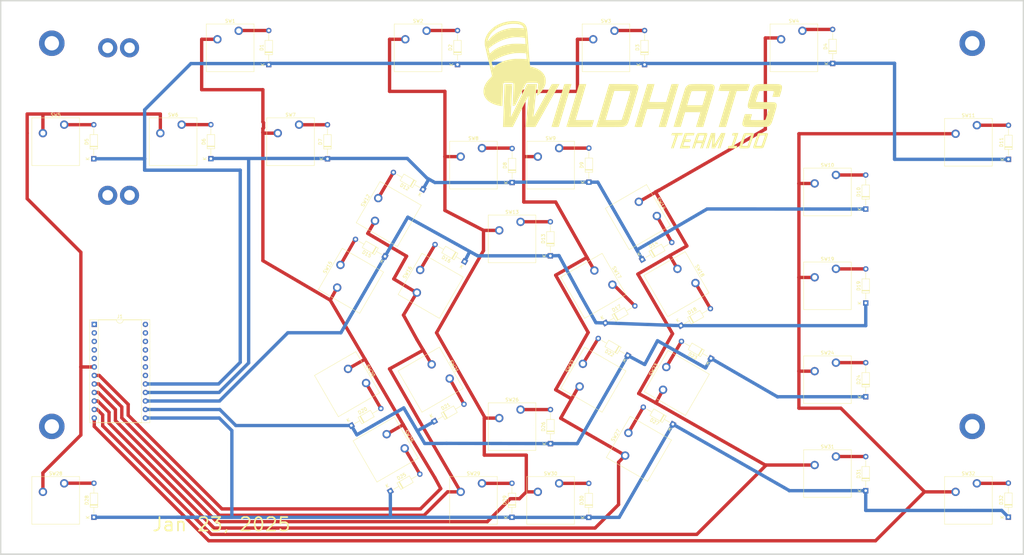
<source format=kicad_pcb>
(kicad_pcb (version 20240108) (generator "pcbnew") (generator_version "8.0")
  (layers (0 "F.Cu" signal) (31 "B.Cu" signal) (34 "B.Paste" user) (35 "F.Paste" user) (36 "B.SilkS" user "B.Silkscreen") (37 "F.SilkS" user "F.Silkscreen") (38 "B.Mask" user) (39 "F.Mask" user) (44 "Edge.Cuts" user))
  (net 0 "")
  (net 1 "Net-(D6-A)")
  (net 2 "Net-(D7-A)")
  (net 3 "Net-(D1-A)")
  (net 4 "Net-(D2-A)")
  (net 5 "Net-(D3-A)")
  (net 6 "Net-(D4-A)")
  (net 7 "Net-(D5-A)")
  (net 8 "Net-(D8-A)")
  (net 9 "Net-(D9-A)")
  (net 10 "Net-(D10-A)")
  (net 11 "Net-(D11-A)")
  (net 12 "Net-(D12-A)")
  (net 13 "Net-(D13-A)")
  (net 14 "Net-(D14-A)")
  (net 15 "Net-(D15-A)")
  (net 16 "Net-(D16-A)")
  (net 17 "Net-(D17-A)")
  (net 18 "Net-(D18-A)")
  (net 19 "Net-(D19-A)")
  (net 20 "Net-(D20-A)")
  (net 21 "Net-(D21-A)")
  (net 22 "Net-(D22-A)")
  (net 23 "Net-(D23-A)")
  (net 24 "Net-(D25-A)")
  (net 25 "Net-(D26-A)")
  (net 26 "Net-(D27-A)")
  (net 27 "Net-(D28-A)")
  (net 28 "Net-(D29-A)")
  (net 29 "Net-(D30-A)")
  (net 30 "Net-(D31-A)")
  (net 31 "Net-(D32-A)")
  (net 32 "/ROW0")
  (net 33 "/ROW1")
  (net 34 "/ROW2")
  (net 35 "/COL1")
  (net 36 "/COL4")
  (net 37 "/COL5")
  (net 38 "/COL6")
  (net 39 "/COL3")
  (net 40 "/COL2")
  (net 41 "/ROW4")
  (net 42 "/COL0")
  (net 43 "/ROW3")
  (net 44 "Net-(D24-A)")
  (footprint "MountingHole:MountingHole_4.3mm_M4_ISO7380_Pad" (layer "F.Cu") (at 346.16 181.44)
    (property "Reference" "H4" (hide yes))
    (property "Value" "MountingHole_4.3mm_M4_ISO7380_Pad" (hide yes))
  )
  (footprint "SW_Cherry_MX_PCB_1.00u" (layer "F.Cu") (at 345 96.675)
    (property "Reference" "SW11")
    (property "Value" "SW_Push" (hide yes))
  )
  (footprint "SW_Cherry_MX_PCB_1.00u" (layer "F.Cu") (at 345 203.5)
    (property "Reference" "SW32")
    (property "Value" "SW_Push" (hide yes))
  )
  (footprint "SW_Cherry_MX_PCB_1.00u" (layer "F.Cu") (at 143 96.5)
    (property "Reference" "SW7")
    (property "Value" "SW_Push")
  )
  (footprint "SW_Cherry_MX_PCB_1.00u" (layer "F.Cu") (at 161 138 60)
    (property "Reference" "SW15")
    (property "Value" "SW_Push" (hide yes))
  )
  (footprint "MountingHole:MountingHole_4.3mm_M4_ISO7380_Pad" (layer "F.Cu") (at 71.84 181.44)
    (property "Reference" "H3" (hide yes))
    (property "Value" "MountingHole_4.3mm_M4_ISO7380_Pad" (hide yes))
  )
  (footprint "SW_Cherry_MX_PCB_1.00u" (layer "F.Cu") (at 108 96.5)
    (property "Reference" "SW6")
    (property "Value" "SW_Push" (hide yes))
  )
  (footprint "Diode_THT:D_DO-35_SOD27_P10.16mm_Horizontal" (layer "F.Cu") (at 161.114585 181.179346 30)
    (property "Reference" "D20")
    (property "Value" "D" (hide yes))
  )
  (footprint "MountingHole:MountingHole_4.3mm_M4_ISO7380_Pad" (layer "F.Cu") (at 346.16 67.14)
    (property "Reference" "H2" (hide yes))
    (property "Value" "MountingHole_4.3mm_M4_ISO7380_Pad" (hide yes))
  )
  (footprint "Diode_THT:D_DO-35_SOD27_P10.16mm_Horizontal" (layer "F.Cu") (at 247.814389 131.634831 30)
    (property "Reference" "D14")
    (property "Value" "D" (hide yes))
  )
  (footprint "Diode_THT:D_DO-35_SOD27_P10.16mm_Horizontal" (layer "F.Cu") (at 314.409475 172.588613 90)
    (property "Reference" "D24")
    (property "Value" "D" (hide yes))
  )
  (footprint "SW_Cherry_MX_PCB_1.00u" (layer "F.Cu") (at 233.25 139.5 -60)
    (property "Reference" "SW17")
    (property "Value" "SW_Push" (hide yes))
  )
  (footprint "Diode_THT:D_DO-35_SOD27_P10.16mm_Horizontal" (layer "F.Cu") (at 84.353721 101.604585 90)
    (property "Reference" "D5")
    (property "Value" "D" (hide yes))
  )
  (footprint "Diode_THT:D_DO-35_SOD27_P10.16mm_Horizontal" (layer "F.Cu") (at 243.497032 160.277045 150)
    (property "Reference" "D22")
    (property "Value" "D" (hide yes))
  )
  (footprint "Diode_THT:D_DO-35_SOD27_P10.16mm_Horizontal" (layer "F.Cu") (at 192.75 73.5 90)
    (property "Reference" "D2")
    (property "Value" "D" (hide yes))
  )
  (footprint "SW_Cherry_MX_PCB_1.00u" (layer "F.Cu") (at 258 139 -60)
    (property "Reference" "SW18")
    (property "Value" "SW_Push" (hide yes))
  )
  (footprint "Diode_THT:D_DO-35_SOD27_P10.16mm_Horizontal" (layer "F.Cu") (at 220.460158 186.578019 90)
    (property "Reference" "D26")
    (property "Value" "D" (hide yes))
  )
  (footprint "Diode_THT:D_DO-35_SOD27_P10.16mm_Horizontal" (layer "F.Cu") (at 194.858101 132.263766 150)
    (property "Reference" "D16")
    (property "Value" "D" (hide yes))
  )
  (footprint "Graphics:wildhat_logo_6_med" (layer "F.Cu") (at 245 79.5)
    (property "Reference" "G***" (hide yes))
    (property "Value" "LOGO" (hide yes))
  )
  (footprint "Diode_THT:D_DO-35_SOD27_P10.16mm_Horizontal" (layer "F.Cu") (at 182.44933 110.742231 150)
    (property "Reference" "D12")
    (property "Value" "D" (hide yes))
  )
  (footprint "SW_Cherry_MX_PCB_1.00u" (layer "F.Cu") (at 303 167.5)
    (property "Reference" "SW24")
    (property "Value" "SW_Push" (hide yes))
  )
  (footprint "SW_Cherry_MX_PCB_1.00u" (layer "F.Cu") (at 233.25 167.5 60)
    (property "Reference" "SW22")
    (property "Value" "SW_Push" (hide yes))
  )
  (footprint "Diode_THT:D_DO-35_SOD27_P10.16mm_Horizontal" (layer "F.Cu") (at 231.873158 208.579999 90)
    (property "Reference" "D30")
    (property "Value" "D" (hide yes))
  )
  (footprint "SW_Cherry_MX_PCB_1.00u" (layer "F.Cu") (at 303 111.5)
    (property "Reference" "SW10")
    (property "Value" "SW_Push" (hide yes))
  )
  (footprint "SW_Cherry_MX_PCB_1.00u" (layer "F.Cu") (at 171.33712 188.334422 -60)
    (property "Reference" "SW25")
    (property "Value" "SW_Push" (hide yes))
  )
  (footprint "Diode_THT:D_DO-35_SOD27_P10.16mm_Horizontal" (layer "F.Cu") (at 171.147255 130.709537 150)
    (property "Reference" "D15")
    (property "Value" "D" (hide yes))
  )
  (footprint "Diode_THT:D_DO-35_SOD27_P10.16mm_Horizontal" (layer "F.Cu") (at 268.295963 161.139138 150)
    (property "Reference" "D23")
    (property "Value" "D" (hide yes))
  )
  (footprint "SW_Cherry_MX_PCB_1.00u" (layer "F.Cu") (at 220.5 103.5)
    (property "Reference" "SW9")
    (property "Value" "SW_Push" (hide yes))
  )
  (footprint "SW_Cherry_MX_PCB_1.00u" (layer "F.Cu") (at 197.5 103.5)
    (property "Reference" "SW8")
    (property "Value" "SW_Push" (hide yes))
  )
  (footprint "MountingHole:MountingHole_3.2mm_M3_ISO7380_Pad" (layer "F.Cu") (at 88.5 112.5)
    (property "Reference" "H7" (hide yes))
    (property "Value" "MountingHole_3.2mm_M3_ISO7380_Pad" (hide yes))
  )
  (footprint "Diode_THT:D_DO-35_SOD27_P10.16mm_Horizontal" (layer "F.Cu") (at 119.25 101.58 90)
    (property "Reference" "D6")
    (property "Value" "D" (hide yes))
  )
  (footprint "Diode_THT:D_DO-35_SOD27_P10.16mm_Horizontal" (layer "F.Cu") (at 259.329689 151.386719 30)
    (property "Reference" "D18")
    (property "Value" "D" (hide yes))
  )
  (footprint "SW_Cherry_MX_PCB_1.00u" (layer "F.Cu") (at 73 203.5)
    (property "Reference" "SW28")
    (property "Value" "SW_Push" (hide yes))
  )
  (footprint "Diode_THT:D_DO-35_SOD27_P10.16mm_Horizontal" (layer "F.Cu") (at 220.426281 130.552086 90)
    (property "Reference" "D13")
    (property "Value" "D" (hide yes))
  )
  (footprint "Package_DIP:DIP-24_W15.24mm_Socket" (layer "F.Cu") (at 84.5 151)
    (property "Reference" "J1")
    (property "Value" "Conn_02x12_Counter_Clockwise" (hide yes))
  )
  (footprint "Diode_THT:D_DO-35_SOD27_P10.16mm_Horizontal" (layer "F.Cu") (at 248.5 73.5 90)
    (property "Reference" "D3")
    (property "Value" "D" (hide yes))
  )
  (footprint "SW_Cherry_MX_PCB_1.00u" (layer "F.Cu") (at 184.75 139.5 60)
    (property "Reference" "SW16")
    (property "Value" "SW_Push" (hide yes))
  )
  (footprint "SW_Cherry_MX_PCB_1.00u" (layer "F.Cu") (at 159.830591 168.840295 -60)
    (property "Reference" "SW20")
    (property "Value" "SW_Push" (hide yes))
  )
  (footprint "SW_Cherry_MX_PCB_1.00u" (layer "F.Cu") (at 258.104705 168.470444 60)
    (property "Reference" "SW23")
    (property "Value" "SW_Push" (hide yes))
  )
  (footprint "Diode_THT:D_DO-35_SOD27_P10.16mm_Horizontal" (layer "F.Cu") (at 154 101.620488 90)
    (property "Reference" "D7")
    (property "Value" "D" (hide yes))
  )
  (footprint "Diode_THT:D_DO-35_SOD27_P10.16mm_Horizontal" (layer "F.Cu") (at 304.547809 73.169338 90)
    (property "Reference" "D4")
    (property "Value" "D" (hide yes))
  )
  (footprint "SW_Cherry_MX_PCB_1.00u" (layer "F.Cu") (at 246.5 119 -60)
    (property "Reference" "SW14")
    (property "Value" "SW_Push" (hide yes))
  )
  (footprint "Diode_THT:D_DO-35_SOD27_P10.16mm_Horizontal" (layer "F.Cu") (at 314.40438 116.605908 90)
    (property "Reference" "D10")
    (property "Value" "D" (hide yes))
  )
  (footprint "Diode_THT:D_DO-35_SOD27_P10.16mm_Horizontal" (layer "F.Cu") (at 356.926281 208.5 90)
    (property "Reference" "D32")
    (property "Value" "D" (hide yes))
  )
  (footprint "Diode_THT:D_DO-35_SOD27_P10.16mm_Horizontal" (layer "F.Cu") (at 208.976095 208.549813 90)
    (property "Reference" "D29")
    (property "Value" "D" (hide yes))
  )
  (footprint "Diode_THT:D_DO-35_SOD27_P10.16mm_Horizontal" (layer "F.Cu") (at 314.416535 144.61961 90)
    (property "Reference" "D19")
    (property "Value" "D" (hide yes))
  )
  (footprint "SW_Cherry_MX_PCB_1.00u" (layer "F.Cu") (at 303 195.5)
    (property "Reference" "SW31")
    (property "Value" "SW_Push" (hide yes))
  )
  (footprint "SW_Cherry_MX_PCB_1.00u" (layer "F.Cu") (at 209 181.5)
    (property "Reference" "SW26")
    (property "Value" "SW_Push" (hide yes))
  )
  (footprint "Diode_THT:D_DO-35_SOD27_P10.16mm_Horizontal" (layer "F.Cu") (at 231.90438 108.58 90)
    (property "Reference" "D9")
    (property "Value" "D" (hide yes))
  )
  (footprint "Diode_THT:D_DO-35_SOD27_P10.16mm_Horizontal" (layer "F.Cu") (at 209.01992 108.679603 90)
    (property "Reference" "D8")
    (property "Value" "D" (hide yes))
  )
  (footprint "SW_Cherry_MX_PCB_1.00u" (layer "F.Cu") (at 172.263773 118.080937 60)
    (property "Reference" "SW12")
    (property "Value" "SW_Push" (hide yes))
  )
  (footprint "SW_Cherry_MX_PCB_1.00u" (layer "F.Cu") (at 197.5 203.5)
    (property "Reference" "SW29")
    (property "Value" "SW_Push" (hide yes))
  )
  (footprint "SW_Cherry_MX_PCB_1.00u" (layer "F.Cu") (at 181 68.5)
    (property "Reference" "SW2")
    (property "Value" "SW_Push" (hide yes))
  )
  (footprint "SW_Cherry_MX_PCB_1.00u" (layer "F.Cu") (at 220.5 203.5)
    (property "Reference" "SW30")
    (property "Value" "SW_Push" (hide yes))
  )
  (footprint "SW_Cherry_MX_PCB_1.00u" (layer "F.Cu") (at 73 96.5)
    (property "Reference" "SW5")
    (property "Value" "SW_Push" (hide yes))
  )
  (footprint "Diode_THT:D_DO-35_SOD27_P10.16mm_Horizontal" (layer "F.Cu") (at 136.5 73.5 90)
    (property "Reference" "D1")
    (property "Value" "D" (hide yes))
  )
  (footprint "MountingHole:MountingHole_3.2mm_M3_ISO7380_Pad" (layer "F.Cu") (at 95 112.5)
    (property "Reference" "H8" (hide yes))
    (property "Value" "MountingHole_3.2mm_M3_ISO7380_Pad" (hide yes))
  )
  (footprint "SW_Cherry_MX_PCB_1.00u" (layer "F.Cu") (at 184.75 167.5 -60)
    (property "Reference" "SW21")
    (property "Value" "SW_Push" (hide yes))
  )
  (footprint "SW_Cherry_MX_PCB_1.00u" (layer "F.Cu") (at 237 68.5)
    (property "Reference" "SW3")
    (property "Value" "SW_Push" (hide yes))
  )
  (footprint "MountingHole:MountingHole_4.3mm_M4_ISO7380_Pad" (layer "F.Cu") (at 71.84 67.14)
    (property "Reference" "H1" (hide yes))
    (property "Value" "MountingHole_4.3mm_M4_ISO7380_Pad" (hide yes))
  )
  (footprint "Diode_THT:D_DO-35_SOD27_P10.16mm_Horizontal" (layer "F.Cu") (at 356.956198 101.771287 90)
    (property "Reference" "D11")
    (property "Value" "D" (hide yes))
  )
  (footprint "Diode_THT:D_DO-35_SOD27_P10.16mm_Horizontal" (layer "F.Cu") (at 185.883379 179.894509 30)
    (property "Reference" "D21")
    (property "Value" "D" (hide yes))
  )
  (footprint "MountingHole:MountingHole_3.2mm_M3_ISO7380_Pad" (layer "F.Cu") (at 95 68.5)
    (property "Reference" "H6" (hide yes))
    (property "Value" "MountingHole_3.2mm_M3_ISO7380_Pad" (hide yes))
  )
  (footprint "SW_Cherry_MX_PCB_1.00u" (layer "F.Cu") (at 246.815456 188.110433 60)
    (property "Reference" "SW27")
    (property "Value" "SW_Push" (hide yes))
  )
  (footprint "MountingHole:MountingHole_3.2mm_M3_ISO7380_Pad" (layer "F.Cu") (at 88.5 68.5)
    (property "Reference" "H5" (hide yes))
    (property "Value" "MountingHole_3.2mm_M3_ISO7380_Pad" (hide yes))
  )
  (footprint "SW_Cherry_MX_PCB_1.00u" (layer "F.Cu") (at 125 68.5)
    (property "Reference" "SW1")
    (property "Value" "SW_Push" (hide yes))
  )
  (footprint "SW_Cherry_MX_PCB_1.00u" (layer "F.Cu") (at 209 125.5)
    (property "Reference" "SW13")
    (property "Value" "SW_Push" (hide yes))
  )
  (footprint "SW_Cherry_MX_PCB_1.00u" (layer "F.Cu") (at 303 139.5)
    (property "Reference" "SW19")
    (property "Value" "SW_Push" (hide yes))
  )
  (footprint "Diode_THT:D_DO-35_SOD27_P10.16mm_Horizontal" (layer "F.Cu") (at 314.409934 200.604677 90)
    (property "Reference" "D31")
    (property "Value" "D" (hide yes))
  )
  (footprint "SW_Cherry_MX_PCB_1.00u" (layer "F.Cu") (at 293 68.5)
    (property "Reference" "SW4")
    (property "Value" "SW_Push" (hide yes))
  )
  (footprint "Diode_THT:D_DO-35_SOD27_P10.16mm_Horizontal" (layer "F.Cu") (at 84.391174 208.532349 90)
    (property "Reference" "D28")
    (property "Value" "D" (hide yes))
  )
  (footprint "Diode_THT:D_DO-35_SOD27_P10.16mm_Horizontal" (layer "F.Cu") (at 172.731112 200.755504 30)
    (property "Reference" "D25")
    (property "Value" "D" (hide yes))
  )
  (footprint "Diode_THT:D_DO-35_SOD27_P10.16mm_Horizontal" (layer "F.Cu") (at 256.92525 180.776226 150)
    (property "Reference" "D27")
    (property "Value" "D" (hide yes))
  )
  (footprint "Diode_THT:D_DO-35_SOD27_P10.16mm_Horizontal" (layer "F.Cu") (at 236.811436 150.581307 30)
    (property "Reference" "D17")
    (property "Value" "D" (hide yes))
  )
  (gr_line (start 361.4 54.44) (end 361.4 219.54) (stroke (width 0.4)) (layer "Edge.Cuts"))
  (gr_line (start 56.6 219.54) (end 56.6 54.44) (stroke (width 0.4)) (layer "Edge.Cuts"))
  (gr_line (start 361.4 219.54) (end 56.6 219.54) (stroke (width 0.4)) (layer "Edge.Cuts"))
  (gr_line (start 56.6 54.44) (end 361.4 54.44) (stroke (width 0.4)) (layer "Edge.Cuts"))
  (gr_text "Jan 23, 2025" (at 101.5 213 0) (layer "F.SilkS") (effects (font (size 4 4) (thickness 0.5)) (justify left bottom)))
  (segment (start 119.17 91.42) (end 110.54 91.42) (width 1) (layer "F.Cu") (net 1))
  (segment (start 154 91.460488) (end 145.580488 91.460488) (width 1) (layer "F.Cu") (net 2))
  (segment (start 145.580488 91.460488) (end 145.54 91.42) (width 1) (layer "F.Cu") (net 2))
  (segment (start 127.62 63.34) (end 127.54 63.42) (width 1) (layer "F.Cu") (net 3))
  (segment (start 136.5 63.34) (end 127.62 63.34) (width 1) (layer "F.Cu") (net 3))
  (segment (start 183.62 63.34) (end 183.54 63.42) (width 1) (layer "F.Cu") (net 4))
  (segment (start 192.75 63.34) (end 183.62 63.34) (width 1) (layer "F.Cu") (net 4))
  (segment (start 248.5 63.34) (end 239.62 63.34) (width 1) (layer "F.Cu") (net 5))
  (segment (start 239.62 63.34) (end 239.54 63.42) (width 1) (layer "F.Cu") (net 5))
  (segment (start 295.665 63.02) (end 304.537147 63.02) (width 1) (layer "F.Cu") (net 6))
  (segment (start 304.537147 63.02) (end 304.547809 63.009338) (width 1) (layer "B.Cu") (net 6))
  (segment (start 84.353721 91.444585) (end 75.564585 91.444585) (width 1) (layer "F.Cu") (net 7))
  (segment (start 75.564585 91.444585) (end 75.54 91.42) (width 1) (layer "F.Cu") (net 7))
  (segment (start 208.920317 98.42) (end 200.04 98.42) (width 1) (layer "F.Cu") (net 8))
  (segment (start 209.01992 98.519603) (end 208.920317 98.42) (width 1) (layer "B.Cu") (net 8))
  (segment (start 222.54 98.42) (end 231.90438 98.42) (width 1) (layer "F.Cu") (net 9))
  (segment (start 305.565908 106.445908) (end 314.051592 106.445908) (width 1) (layer "F.Cu") (net 10))
  (segment (start 305.54 106.42) (end 305.565908 106.445908) (width 1) (layer "B.Cu") (net 10))
  (segment (start 314.051592 106.445908) (end 314.0775 106.42) (width 1) (layer "B.Cu") (net 10))
  (segment (start 306.105 106.7975) (end 305.19 105.8825) (width 1) (layer "B.Cu") (net 10))
  (segment (start 348.0525 91.595) (end 356.939911 91.595) (width 1) (layer "F.Cu") (net 11))
  (segment (start 356.939911 91.595) (end 356.956198 91.611287) (width 1) (layer "B.Cu") (net 11))
  (segment (start 169.134364 113.341232) (end 173.622743 105.69) (width 1) (layer "F.Cu") (net 12))
  (segment (start 173.622743 105.69) (end 173.81 105.69) (width 1) (layer "B.Cu") (net 12))
  (segment (start 211.567914 120.392086) (end 220.426281 120.392086) (width 1) (layer "F.Cu") (net 13))
  (segment (start 211.92 120.42) (end 211.04 120.42) (width 1) (layer "B.Cu") (net 13))
  (segment (start 211.54 120.42) (end 211.567914 120.392086) (width 1) (layer "B.Cu") (net 13))
  (segment (start 252.169409 118.659705) (end 256.613207 126.554831) (width 1) (layer "F.Cu") (net 14))
  (segment (start 157.870591 133.260295) (end 162.112974 125.865) (width 1) (layer "F.Cu") (net 15))
  (segment (start 181.620591 134.760295) (end 186.059283 127.183766) (width 1) (layer "F.Cu") (net 16))
  (segment (start 239.268652 139.159705) (end 245.610254 145.501307) (width 1) (layer "F.Cu") (net 17))
  (segment (start 238.919409 139.159705) (end 239.268652 139.159705) (width 1) (layer "B.Cu") (net 17))
  (segment (start 263.669409 138.659705) (end 268.128507 146.306719) (width 1) (layer "F.Cu") (net 18))
  (segment (start 305.57961 134.45961) (end 314.46289 134.45961) (width 1) (layer "F.Cu") (net 19))
  (segment (start 305.54 134.42) (end 305.57961 134.45961) (width 1) (layer "B.Cu") (net 19))
  (segment (start 314.46289 134.45961) (end 314.5025 134.42) (width 1) (layer "B.Cu") (net 19))
  (segment (start 169.913403 176.099346) (end 165.5 168.5) (width 1) (layer "F.Cu") (net 20))
  (segment (start 190.419409 167.159705) (end 194.682197 174.814509) (width 1) (layer "F.Cu") (net 21))
  (segment (start 230.120591 162.760295) (end 234.698214 155.197045) (width 1) (layer "F.Cu") (net 22))
  (segment (start 254.975296 163.730739) (end 259.497145 156.059138) (width 1) (layer "F.Cu") (net 23))
  (segment (start 177.006529 188.006529) (end 181.52993 195.675504) (width 1) (layer "F.Cu") (net 24))
  (segment (start 177.006529 187.994127) (end 177.006529 188.006529) (width 1) (layer "B.Cu") (net 24))
  (segment (start 211.54 176.42) (end 220.458177 176.42) (width 1) (layer "F.Cu") (net 25))
  (segment (start 220.458177 176.42) (end 220.460158 176.418019) (width 1) (layer "B.Cu") (net 25))
  (segment (start 243.686047 183.370728) (end 248.126432 175.696226) (width 1) (layer "F.Cu") (net 26))
  (segment (start 84.391174 198.372349) (end 75.587651 198.372349) (width 1) (layer "F.Cu") (net 27))
  (segment (start 75.587651 198.372349) (end 75.54 198.42) (width 1) (layer "F.Cu") (net 27))
  (segment (start 84.391174 198.372349) (end 84.343523 198.42) (width 1) (layer "B.Cu") (net 27))
  (segment (start 84.391174 198.372349) (end 84.608825 198.59) (width 1) (layer "B.Cu") (net 27))
  (segment (start 200.04 198.42) (end 208.945908 198.42) (width 1) (layer "F.Cu") (net 28))
  (segment (start 208.945908 198.42) (end 208.976095 198.389813) (width 1) (layer "B.Cu") (net 28))
  (segment (start 223.04 198.42) (end 231.873157 198.42) (width 1) (layer "F.Cu") (net 29))
  (segment (start 231.873157 198.42) (end 231.873158 198.419999) (width 1) (layer "B.Cu") (net 29))
  (segment (start 305.54 190.42) (end 314.385257 190.42) (width 1) (layer "F.Cu") (net 30))
  (segment (start 314.385257 190.42) (end 314.409934 190.444677) (width 1) (layer "B.Cu") (net 30))
  (segment (start 347.54 198.42) (end 356.846281 198.42) (width 1) (layer "F.Cu") (net 31))
  (segment (start 356.846281 198.42) (end 356.926281 198.34) (width 1) (layer "F.Cu") (net 31))
  (segment (start 128 162.312994) (end 128 105) (width 1) (layer "B.Cu") (net 32))
  (segment (start 136.197887 73.197887) (end 136.5 73.5) (width 1) (layer "B.Cu") (net 32))
  (segment (start 192.75 73.5) (end 193.10029 73.14971) (width 1) (layer "B.Cu") (net 32))
  (segment (start 128 105) (end 99.5 105) (width 1) (layer "B.Cu") (net 32))
  (segment (start 248.830662 73.169338) (end 304.547809 73.169338) (width 1) (layer "B.Cu") (net 32))
  (segment (start 113.302113 73.197887) (end 136.197887 73.197887) (width 1) (layer "B.Cu") (net 32))
  (segment (start 99.5 87) (end 113.302113 73.197887) (width 1) (layer "B.Cu") (net 32))
  (segment (start 304.5 73.121529) (end 323 73.121529) (width 1) (layer "B.Cu") (net 32))
  (segment (start 192.75 73.5) (end 192.39971 73.14971) (width 1) (layer "B.Cu") (net 32))
  (segment (start 323 101.771287) (end 356.728713 101.771287) (width 1) (layer "B.Cu") (net 32))
  (segment (start 323 73.121529) (end 323 101.771287) (width 1) (layer "B.Cu") (net 32))
  (segment (start 99.5 101.604585) (end 84.353721 101.604585) (width 1) (layer "B.Cu") (net 32))
  (segment (start 248.14971 73.14971) (end 248.5 73.5) (width 1) (layer "B.Cu") (net 32))
  (segment (start 248.5 73.5) (end 248.830662 73.169338) (width 1) (layer "B.Cu") (net 32))
  (segment (start 136.85029 73.14971) (end 136.5 73.5) (width 1) (layer "B.Cu") (net 32))
  (segment (start 99.5 105) (end 99.5 101.604585) (width 1) (layer "B.Cu") (net 32))
  (segment (start 121.532994 168.78) (end 128 162.312994) (width 1) (layer "B.Cu") (net 32))
  (segment (start 192.39971 73.14971) (end 136.85029 73.14971) (width 1) (layer "B.Cu") (net 32))
  (segment (start 99.74 168.78) (end 121.532994 168.78) (width 1) (layer "B.Cu") (net 32))
  (segment (start 193.10029 73.14971) (end 248.14971 73.14971) (width 1) (layer "B.Cu") (net 32))
  (segment (start 99.5 101.604585) (end 99.5 87) (width 1) (layer "B.Cu") (net 32))
  (segment (start 183.641314 107.358686) (end 186 108.679603) (width 1) (layer "B.Cu") (net 33))
  (segment (start 130.5 162.5) (end 130.5 101.75) (width 1) (layer "B.Cu") (net 33))
  (segment (start 177.782628 101.5) (end 183.641314 107.358686) (width 1) (layer "B.Cu") (net 33))
  (segment (start 267.138902 116.576793) (end 314.40438 116.605908) (width 1) (layer "B.Cu") (net 33))
  (segment (start 231.90438 108.58) (end 231.90438 108.577995) (width 1) (layer "B.Cu") (net 33))
  (segment (start 231.90438 108.58) (end 209.119523 108.58) (width 1) (layer "B.Cu") (net 33))
  (segment (start 186 108.679603) (end 209.01992 108.679603) (width 1) (layer "B.Cu") (net 33))
  (segment (start 246.190502 128.809498) (end 267.138902 116.576793) (width 1) (layer "B.Cu") (net 33))
  (segment (start 99.74 171.32) (end 121.68 171.32) (width 1) (layer "B.Cu") (net 33))
  (segment (start 234.563408 108.58) (end 231.90438 108.58) (width 1) (layer "B.Cu") (net 33))
  (segment (start 247.814389 131.634831) (end 234.563408 108.58) (width 1) (layer "B.Cu") (net 33))
  (segment (start 182.44933 110.742231) (end 184.191839 107.666993) (width 1) (layer "B.Cu") (net 33))
  (segment (start 119.33 101.5) (end 177.782628 101.5) (width 1) (layer "B.Cu") (net 33))
  (segment (start 121.68 171.32) (end 130.5 162.5) (width 1) (layer "B.Cu") (net 33))
  (segment (start 209.119523 108.58) (end 209.01992 108.679603) (width 1) (layer "B.Cu") (net 33))
  (segment (start 259.329689 151.386719) (end 314.416535 151.386719) (width 1) (layer "B.Cu") (net 34))
  (segment (start 194.858101 132.263766) (end 196.392728 129.2504) (width 1) (layer "B.Cu") (net 34))
  (segment (start 223 130.5) (end 229.5 142.5) (width 1) (layer "B.Cu") (net 34))
  (segment (start 229.5 142.5) (end 234 150.5) (width 1) (layer "B.Cu") (net 34))
  (segment (start 177.938714 119.028831) (end 195.01353 128.48647) (width 1) (layer "B.Cu") (net 34))
  (segment (start 234 150.5) (end 236.811436 150.581307) (width 1) (layer "B.Cu") (net 34))
  (segment (start 236.918693 150.581307) (end 259.329689 151.386719) (width 1) (layer "B.Cu") (net 34))
  (segment (start 158 153.5) (end 171.147255 130.709537) (width 1) (layer "B.Cu") (net 34))
  (segment (start 142.187006 153.5) (end 158 153.5) (width 1) (layer "B.Cu") (net 34))
  (segment (start 314.416535 151.386719) (end 314.416535 144.61961) (width 1) (layer "B.Cu") (net 34))
  (segment (start 195.01353 128.48647) (end 198.742792 130.552086) (width 1) (layer "B.Cu") (net 34))
  (segment (start 99.74 173.86) (end 121.827006 173.86) (width 1) (layer "B.Cu") (net 34))
  (segment (start 171.147255 130.709537) (end 177.938714 119.028831) (width 1) (layer "B.Cu") (net 34))
  (segment (start 198.742792 130.552086) (end 220.426281 130.552086) (width 1) (layer "B.Cu") (net 34))
  (segment (start 220.426281 130.552086) (end 223 130.5) (width 1) (layer "B.Cu") (net 34))
  (segment (start 121.827006 173.86) (end 142.187006 153.5) (width 1) (layer "B.Cu") (net 34))
  (segment (start 122.55 206.05) (end 94.6 178.1) (width 1) (layer "F.Cu") (net 35))
  (segment (start 154.816801 143.763111) (end 165.172355 161.38786) (width 1) (layer "F.Cu") (net 35))
  (segment (start 156.895295 140.029556) (end 154.816801 143.763111) (width 1) (layer "F.Cu") (net 35))
  (segment (start 165.172355 161.38786) (end 174.364904 177.135096) (width 1) (layer "F.Cu") (net 35))
  (segment (start 134.75 90.613536) (end 134.75 81) (width 1) (layer "F.Cu") (net 35))
  (segment (start 187.75 200) (end 181.7 206.05) (width 1) (layer "F.Cu") (net 35))
  (segment (start 134.96 93.96) (end 134.75 93.75) (width 1) (layer "F.Cu") (net 35))
  (segment (start 134.75 92.576464) (end 134.944458 92.382006) (width 1) (layer "F.Cu") (net 35))
  (segment (start 134.75 132) (end 154.816801 143.763111) (width 1) (layer "F.Cu") (net 35))
  (segment (start 186 196.75) (end 187.75 200) (width 1) (layer "F.Cu") (net 35))
  (segment (start 134.944458 90.807994) (end 134.75 90.613536) (width 1) (layer "F.Cu") (net 35))
  (segment (start 116.5 81) (end 116.5 65.96) (width 1) (layer "F.Cu") (net 35))
  (segment (start 85.988024 166.24) (end 84.5 166.24) (width 1) (layer "F.Cu") (net 35))
  (segment (start 94.6 174.851976) (end 85.988024 166.24) (width 1) (layer "F.Cu") (net 35))
  (segment (start 139.19 93.96) (end 134.96 93.96) (width 1) (layer "F.Cu") (net 35))
  (segment (start 160.125296 164.270738) (end 165.172355 161.38786) (width 1) (layer "F.Cu") (net 35))
  (segment (start 134.75 81) (end 116.5 81) (width 1) (layer "F.Cu") (net 35))
  (segment (start 116.5 65.96) (end 121.19 65.96) (width 1) (layer "F.Cu") (net 35))
  (segment (start 178.5 184.25) (end 186 196.75) (width 1) (layer "F.Cu") (net 35))
  (segment (start 134.944458 92.382006) (end 134.944458 90.807994) (width 1) (layer "F.Cu") (net 35))
  (segment (start 94.6 178.1) (end 94.6 174.851976) (width 1) (layer "F.Cu") (net 35))
  (segment (start 174.364904 177.135096) (end 176.573297 180.918169) (width 1) (layer "F.Cu") (net 35))
  (segment (start 181.7 206.05) (end 122.55 206.05) (width 1) (layer "F.Cu") (net 35))
  (segment (start 176.573297 180.918169) (end 178.5 184.25) (width 1) (layer "F.Cu") (net 35))
  (segment (start 176.573297 180.918169) (end 171.631825 183.764865) (width 1) (layer "F.Cu") (net 35))
  (segment (start 134.75 93.75) (end 134.75 132) (width 1) (layer "F.Cu") (net 35))
  (segment (start 134.75 93.75) (end 134.75 92.576464) (width 1) (layer "F.Cu") (net 35))
  (segment (start 228.5 65.96) (end 228.5 81.5) (width 1) (layer "F.Cu") (net 36))
  (segment (start 222 114.5) (end 233.544705 134.930443) (width 1) (layer "F.Cu") (net 36))
  (segment (start 228.5 170.174851) (end 223.5 179) (width 1) (layer "F.Cu") (net 36))
  (segment (start 229.145295 169.529556) (end 228.5 170.174851) (width 1) (layer "F.Cu") (net 36))
  (segment (start 222 170.5) (end 226.754938 173.254938) (width 1) (layer "F.Cu") (net 36))
  (segment (start 233.75 211.75) (end 120.188982 211.75) (width 1) (layer "F.Cu") (net 36))
  (segment (start 231.331263 131.013356) (end 221.999156 136.329199) (width 1) (layer "F.Cu") (net 36))
  (segment (start 221.999156 136.329199) (end 231.692826 153.408522) (width 1) (layer "F.Cu") (net 36))
  (segment (start 240.75 204.75) (end 233.75 211.75) (width 1) (layer "F.Cu") (net 36))
  (segment (start 212.5 114.5) (end 222 114.5) (width 1) (layer "F.Cu") (net 36))
  (segment (start 88.9 177.212994) (end 85.547006 173.86) (width 1) (layer "F.Cu") (net 36))
  (segment (start 231.692826 153.408522) (end 222 170.5) (width 1) (layer "F.Cu") (net 36))
  (segment (start 223.5 179) (end 243.024704 190.269261) (width 1) (layer "F.Cu") (net 36))
  (segment (start 88.9 180.461018) (end 88.9 177.212994) (width 1) (layer "F.Cu") (net 36))
  (segment (start 212.5 81.5) (end 212.5 114.5) (width 1) (layer "F.Cu") (net 36))
  (segment (start 216.69 100.96) (end 212.96 100.96) (width 1) (layer "F.Cu") (net 36))
  (segment (start 233.19 65.96) (end 228.5 65.96) (width 1) (layer "F.Cu") (net 36))
  (segment (start 240.75 192.10074) (end 240.75 204.75) (width 1) (layer "F.Cu") (net 36))
  (segment (start 242.710751 190.139989) (end 240.75 192.10074) (width 1) (layer "F.Cu") (net 36))
  (segment (start 120.188982 211.75) (end 88.9 180.461018) (width 1) (layer "F.Cu") (net 36))
  (segment (start 85.547006 173.86) (end 84.5 173.86) (width 1) (layer "F.Cu") (net 36))
  (segment (start 228.5 81.5) (end 212.5 81.5) (width 1) (layer "F.Cu") (net 36))
  (segment (start 251.75 111.5) (end 252.912644 110.912644) (width 1) (layer "F.Cu") (net 37))
  (segment (start 284.656087 193.074039) (end 251.871794 174.44536) (width 1) (layer "F.Cu") (net 37))
  (segment (start 264.06 213.65) (end 119.401976 213.65) (width 1) (layer "F.Cu") (net 37))
  (segment (start 246.5 136) (end 256.838461 153.790109) (width 1) (layer "F.Cu") (net 37))
  (segment (start 284.5 92.75) (end 252.912644 110.912644) (width 1) (layer "F.Cu") (net 37))
  (segment (start 299.19 192.96) (end 284.75 192.96) (width 1) (layer "F.Cu") (net 37))
  (segment (start 261.115599 127.615599) (end 251.75 111.5) (width 1) (layer "F.Cu") (net 37))
  (segment (start 284.5 65.56) (end 289.315 65.56) (width 1) (layer "F.Cu") (net 37))
  (segment (start 284.5 92.75) (end 284.5 65.56) (width 1) (layer "F.Cu") (net 37))
  (segment (start 252.912644 110.912644) (end 246.794705 114.430443) (width 1) (layer "F.Cu") (net 37))
  (segment (start 256.838461 153.790109) (end 246.739044 171.62723) (width 1) (layer "F.Cu") (net 37))
  (segment (start 119.401976 213.65) (end 87 181.248024) (width 1) (layer "F.Cu") (net 37))
  (segment (start 87 181.248024) (end 87 178) (width 1) (layer "F.Cu") (net 37))
  (segment (start 256 130.5) (end 258.294705 134.430443) (width 1) (layer "F.Cu") (net 37))
  (segment (start 256 130.5) (end 261.115599 127.615599) (width 1) (layer "F.Cu") (net 37))
  (segment (start 85.4 176.4) (end 84.5 176.4) (width 1) (layer "F.Cu") (net 37))
  (segment (start 256 130.5) (end 246.5 136) (width 1) (layer "F.Cu") (net 37))
  (segment (start 246.739044 171.62723) (end 251.871794 174.44536) (width 1) (layer "F.Cu") (net 37))
  (segment (start 284.75 192.96) (end 264.06 213.65) (width 1) (layer "F.Cu") (net 37))
  (segment (start 87 178) (end 85.4 176.4) (width 1) (layer "F.Cu") (net 37))
  (segment (start 251.871794 174.44536) (end 254 170.5) (width 1) (layer "F.Cu") (net 37))
  (segment (start 341.19 200.96) (end 331.75 200.96) (width 1) (layer "F.Cu") (net 38))
  (segment (start 331.75 200.96) (end 331.75 200.75) (width 1) (layer "F.Cu") (net 38))
  (segment (start 331.915 200.96) (end 317.325 215.55) (width 1) (layer "F.Cu") (net 38))
  (segment (start 307 176) (end 294.5 176) (width 1) (layer "F.Cu") (net 38))
  (segment (start 317.325 215.55) (end 118.61497 215.55) (width 1) (layer "F.Cu") (net 38))
  (segment (start 294.5 94.135) (end 341.7025 94.135) (width 1) (layer "F.Cu") (net 38))
  (segment (start 294.5 164.96) (end 294.5 136.9975) (width 1) (layer "F.Cu") (net 38))
  (segment (start 294.5 164.96) (end 299.19 164.96) (width 1) (layer "F.Cu") (net 38))
  (segment (start 331.75 200.75) (end 307 176) (width 1) (layer "F.Cu") (net 38))
  (segment (start 294.5 136.9975) (end 299.2275 136.9975) (width 1) (layer "F.Cu") (net 38))
  (segment (start 118.61497 215.55) (end 84.5 181.43503) (width 1) (layer "F.Cu") (net 38))
  (segment (start 299.19 108.96) (end 294.54 108.96) (width 1) (layer "F.Cu") (net 38))
  (segment (start 294.5 109) (end 294.5 94.135) (width 1) (layer "F.Cu") (net 38))
  (segment (start 294.5 136.9975) (end 294.5 109) (width 1) (layer "F.Cu") (net 38))
  (segment (start 294.54 108.96) (end 294.5 109) (width 1) (layer "F.Cu") (net 38))
  (segment (start 294.5 176) (end 294.5 164.96) (width 1) (layer "F.Cu") (net 38))
  (segment (start 84.5 181.43503) (end 84.5 178.94) (width 1) (layer "F.Cu") (net 38))
  (segment (start 90.8 176.425988) (end 85.694012 171.32) (width 1) (layer "F.Cu") (net 39))
  (segment (start 189 100.96) (end 193.69 100.96) (width 1) (layer "F.Cu") (net 39))
  (segment (start 213.25 190) (end 200.731885 190) (width 1) (layer "F.Cu") (net 39))
  (segment (start 213.25 200.96) (end 211.21 203) (width 1) (layer "F.Cu") (net 39))
  (segment (start 200.5 122.96) (end 189 117) (width 1) (layer "F.Cu") (net 39))
  (segment (start 172.5 81.5) (end 172.5 65.96) (width 1) (layer "F.Cu") (net 39))
  (segment (start 120.975988 209.85) (end 90.8 179.674012) (width 1) (layer "F.Cu") (net 39))
  (segment (start 216.69 200.96) (end 213.25 200.96) (width 1) (layer "F.Cu") (net 39))
  (segment (start 200.731885 190) (end 200.731885 178.96) (width 1) (layer "F.Cu") (net 39))
  (segment (start 200.5 129) (end 200.5 122.96) (width 1) (layer "F.Cu") (net 39))
  (segment (start 200.5 122.96) (end 204.69 122.96) (width 1) (layer "F.Cu") (net 39))
  (segment (start 200.731885 178.96) (end 205.19 178.96) (width 1) (layer "F.Cu") (net 39))
  (segment (start 213.25 200.96) (end 213.25 190) (width 1) (layer "F.Cu") (net 39))
  (segment (start 201.65 209.85) (end 120.975988 209.85) (width 1) (layer "F.Cu") (net 39))
  (segment (start 189 100.96) (end 189 81.5) (width 1) (layer "F.Cu") (net 39))
  (segment (start 189 117) (end 189 100.96) (width 1) (layer "F.Cu") (net 39))
  (segment (start 90.8 179.674012) (end 90.8 176.425988) (width 1) (layer "F.Cu") (net 39))
  (segment (start 211.21 203) (end 208.5 203) (width 1) (layer "F.Cu") (net 39))
  (segment (start 201 178.96) (end 186.5 153.5) (width 1) (layer "F.Cu") (net 39))
  (segment (start 85.694012 171.32) (end 84.5 171.32) (width 1) (layer "F.Cu") (net 39))
  (segment (start 186.5 153.5) (end 200.5 129) (width 1) (layer "F.Cu") (net 39))
  (segment (start 208.5 203) (end 201.65 209.85) (width 1) (layer "F.Cu") (net 39))
  (segment (start 189 81.5) (end 172.5 81.5) (width 1) (layer "F.Cu") (net 39))
  (segment (start 172.5 65.96) (end 177.19 65.96) (width 1) (layer "F.Cu") (net 39))
  (segment (start 92.7 175.638982) (end 85.841018 168.78) (width 1) (layer "F.Cu") (net 40))
  (segment (start 121.762994 207.95) (end 92.7 178.887006) (width 1) (layer "F.Cu") (net 40))
  (segment (start 180.529556 141.529556) (end 173.763773 137.448317) (width 1) (layer "F.Cu") (net 40))
  (segment (start 177.570697 130.667235) (end 166.008613 123.876076) (width 1) (layer "F.Cu") (net 40))
  (segment (start 176.64549 148.226086) (end 180.024704 142.529556) (width 1) (layer "F.Cu") (net 40))
  (segment (start 185.044705 162.930443) (end 180.668422 155.541339) (width 1) (layer "F.Cu") (net 40))
  (segment (start 173.763773 137.448317) (end 177.570697 130.667235) (width 1) (layer "F.Cu") (net 40))
  (segment (start 181.5 180) (end 193.69 200.96) (width 1) (layer "F.Cu") (net 40))
  (segment (start 172.487864 164.278844) (end 181.5 180) (width 1) (layer "F.Cu") (net 40))
  (segment (start 180.645295 141.529556) (end 180.529556 141.529556) (width 1) (layer "F.Cu") (net 40))
  (segment (start 92.7 178.887006) (end 92.7 175.638982) (width 1) (layer "F.Cu") (net 40))
  (segment (start 182.531132 158.686419) (end 172.487864 164.278844) (width 1) (layer "F.Cu") (net 40))
  (segment (start 85.841018 168.78) (end 84.5 168.78) (width 1) (layer "F.Cu") (net 40))
  (segment (start 166.008613 123.876076) (end 168.159068 120.110493) (width 1) (layer "F.Cu") (net 40))
  (segment (start 180.668422 155.541339) (end 176.64549 148.226086) (width 1) (layer "F.Cu") (net 40))
  (segment (start 189.79 200.96) (end 182.8 207.95) (width 1) (layer "F.Cu") (net 40))
  (segment (start 182.8 207.95) (end 121.762994 207.95) (width 1) (layer "F.Cu") (net 40))
  (segment (start 193.69 200.96) (end 189.79 200.96) (width 1) (layer "F.Cu") (net 40))
  (segment (start 109.25 208.549813) (end 84.408638 208.549813) (width 1) (layer "B.Cu") (net 41))
  (segment (start 84.408638 208.549813) (end 84.391174 208.532349) (width 1) (layer "B.Cu") (net 41))
  (segment (start 125.5 182.687006) (end 125.5 208.549813) (width 1) (layer "B.Cu") (net 41))
  (segment (start 125.5 208.549813) (end 109.25 208.549813) (width 1) (layer "B.Cu") (net 41))
  (segment (start 291.604677 200.604677) (end 291.5 200.5) (width 1) (layer "B.Cu") (net 41))
  (segment (start 209.006281 208.579999) (end 208.976095 208.549813) (width 1) (layer "B.Cu") (net 41))
  (segment (start 314.409934 200.604677) (end 314.409934 206.508285) (width 1) (layer "B.Cu") (net 41))
  (segment (start 240.920001 208.579999) (end 231.873158 208.579999) (width 1) (layer "B.Cu") (net 41))
  (segment (start 121.752994 178.94) (end 125.5 182.687006) (width 1) (layer "B.Cu") (net 41))
  (segment (start 99.74 178.94) (end 121.752994 178.94) (width 1) (layer "B.Cu") (net 41))
  (segment (start 354.934566 206.508285) (end 356.926281 208.5) (width 1) (layer "B.Cu") (net 41))
  (segment (start 256.92525 180.776226) (end 240.920001 208.579999) (width 1) (layer "B.Cu") (net 41))
  (segment (start 231.920001 208.579999) (end 209.006281 208.579999) (width 1) (layer "B.Cu") (net 41))
  (segment (start 314.409934 206.508285) (end 354.934566 206.508285) (width 1) (layer "B.Cu") (net 41))
  (segment (start 291.5 200.5) (end 256.92525 180.776226) (width 1) (layer "B.Cu") (net 41))
  (segment (start 208.976095 208.549813) (end 109.25 208.549813) (width 1) (layer "B.Cu") (net 41))
  (segment (start 314.409934 200.604677) (end 291.604677 200.604677) (width 1) (layer "B.Cu") (net 41))
  (segment (start 172.731112 200.755504) (end 172.754919 208.549813) (width 1) (layer "B.Cu") (net 41))
  (segment (start 69.19 88.25) (end 104.19 88.25) (width 1) (layer "F.Cu") (net 42))
  (segment (start 69.19 200.96) (end 69.19 195.31) (width 1) (layer "F.Cu") (net 42))
  (segment (start 64.5 93.92) (end 64.5 88.25) (width 1) (layer "F.Cu") (net 42))
  (segment (start 104.19 88.25) (end 104.19 93.96) (width 1) (layer "F.Cu") (net 42))
  (segment (start 64.5 88.25) (end 69.19 88.25) (width 1) (layer "F.Cu") (net 42))
  (segment (start 64.5 113.5) (end 64.5 94) (width 1) (layer "F.Cu") (net 42))
  (segment (start 69.19 195.31) (end 80.5 184) (width 1) (layer "F.Cu") (net 42))
  (segment (start 80.5 184) (end 80.5 163.7) (width 1) (layer "F.Cu") (net 42))
  (segment (start 80.5 163.7) (end 80.5 129.5) (width 1) (layer "F.Cu") (net 42))
  (segment (start 69.19 93.96) (end 69.19 88.25) (width 1) (layer "F.Cu") (net 42))
  (segment (start 84.5 163.7) (end 80.5 163.7) (width 1) (layer "F.Cu") (net 42))
  (segment (start 80.5 129.5) (end 64.5 113.5) (width 1) (layer "F.Cu") (net 42))
  (segment (start 288.198075 172.588613) (end 288.150901 172.635787) (width 1) (layer "B.Cu") (net 43))
  (segment (start 185.883379 179.894509) (end 180.767562 182.7901) (width 1) (layer "B.Cu") (net 43))
  (segment (start 252.356351 155.877054) (end 248.537978 162.97789) (width 1) (layer "B.Cu") (net 43))
  (segment (start 121.9 176.4) (end 126.679346 181.179346) (width 1) (layer "B.Cu") (net 43))
  (segment (start 314.409475 172.588613) (end 288.198075 172.588613) (width 1) (layer "B.Cu") (net 43))
  (segment (start 126.679346 181.179346) (end 161.114585 181.179346) (width 1) (layer "B.Cu") (net 43))
  (segment (start 266.676923 163.989377) (end 252.356351 155.877054) (width 1) (layer "B.Cu") (net 43))
  (segment (start 99.74 176.4) (end 121.9 176.4) (width 1) (layer "B.Cu") (net 43))
  (segment (start 176.723355 175.920488) (end 182.976226 186.541803) (width 1) (layer "B.Cu") (net 43))
  (segment (start 228.421981 186.578019) (end 189.5 186.5) (width 1) (layer "B.Cu") (net 43))
  (segment (start 248.537978 162.97789) (end 243.497032 160.277045) (width 1) (layer "B.Cu") (net 43))
  (segment (start 288.150901 172.635787) (end 268.295963 161.139138) (width 1) (layer "B.Cu") (net 43))
  (segment (start 268.295963 161.139138) (end 266.676923 163.989377) (width 1) (layer "B.Cu") (net 43))
  (segment (start 182.976226 186.541803) (end 189.5 186.5) (width 1) (layer "B.Cu") (net 43))
  (segment (start 243.497032 160.277045) (end 228.5 186.5) (width 1) (layer "B.Cu") (net 43))
  (segment (start 228.5 186.5) (end 228.421981 186.578019) (width 1) (layer "B.Cu") (net 43))
  (segment (start 162.743459 183.941897) (end 176.723355 175.920488) (width 1) (layer "B.Cu") (net 43))
  (segment (start 161.114585 181.179346) (end 162.743459 183.941897) (width 1) (layer "B.Cu") (net 43))
  (segment (start 305.54 162.42) (end 314.400862 162.42) (width 1) (layer "F.Cu") (net 44))
  (segment (start 314.400862 162.42) (end 314.409475 162.428613) (width 1) (layer "B.Cu") (net 44))
)
</source>
